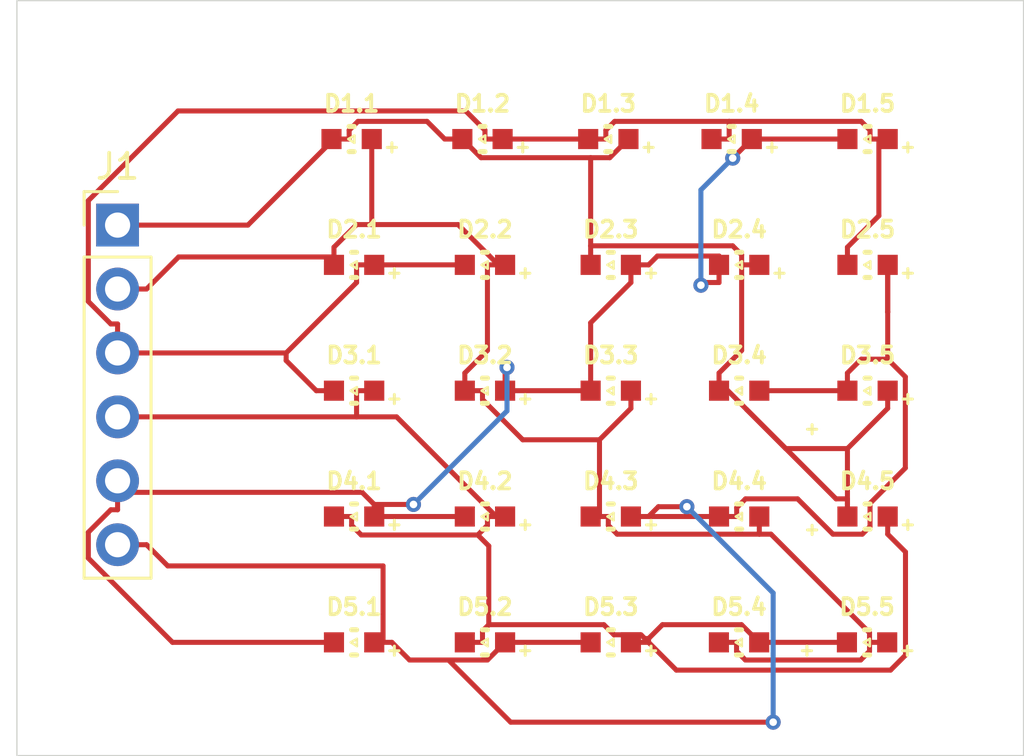
<source format=kicad_pcb>
(kicad_pcb (version 20241229) (generator "pcbnew") (generator_version "9.0")
  (layers (0 "F.Cu" signal) (2 "B.Cu" signal) (13 "F.Paste" user) (15 "B.Paste" user) (5 "F.SilkS" user "F.Silkscreen") (7 "B.SilkS" user "B.Silkscreen") (1 "F.Mask" user) (3 "B.Mask" user) (25 "Edge.Cuts" user))
  (net 0 "")
  (net 1 "A")
  (net 2 "B")
  (net 3 "C")
  (net 4 "E")
  (net 5 "D")
  (net 6 "F")
  (footprint "WL-SMCW_0603:WL-SMCW_0603" (layer "F.Cu") (at 108.8021 85.5)
    (property "Reference" "D2.5" (at 0 -1.4064 0) (layer "F.SilkS") (effects (font (size 0.64 0.64))))
    (property "Value" "WL-SMCW_0603")
    (fp_line (start -0.13 0) (end 0.11 -0.14) (stroke (width 0.1)) (layer "F.SilkS"))
    (fp_line (start -0.1 -0.5) (end 0.1 -0.5) (stroke (width 0.2)) (layer "F.SilkS"))
    (fp_line (start 0.1 0.5) (end -0.1 0.5) (stroke (width 0.2)) (layer "F.SilkS"))
    (fp_line (start 0.11 -0.14) (end 0.11 0.15) (stroke (width 0.1)) (layer "F.SilkS"))
    (fp_line (start 0.11 0.15) (end -0.13 0) (stroke (width 0.1)) (layer "F.SilkS"))
    (fp_text user "+" (at 1.6 0.3 0) (layer "F.SilkS") (effects (font (size 0.48 0.48))))
    (pad "1" smd rect (at -0.8 0) (size 0.8 0.8) (layers "F.Cu" "F.Mask" "F.Paste") (net 3 "C"))
    (pad "2" smd rect (at 0.8 0) (size 0.8 0.8) (layers "F.Cu" "F.Mask" "F.Paste") (net 6 "F"))
  )
  (footprint "WL-SMCW_0603:WL-SMCW_0603" (layer "F.Cu") (at 93.5983 100.5)
    (property "Reference" "D5.2" (at 0 -1.4064 0) (layer "F.SilkS") (effects (font (size 0.64 0.64))))
    (property "Value" "WL-SMCW_0603")
    (fp_line (start -0.13 0) (end 0.11 -0.14) (stroke (width 0.1)) (layer "F.SilkS"))
    (fp_line (start -0.1 -0.5) (end 0.1 -0.5) (stroke (width 0.2)) (layer "F.SilkS"))
    (fp_line (start 0.1 0.5) (end -0.1 0.5) (stroke (width 0.2)) (layer "F.SilkS"))
    (fp_line (start 0.11 -0.14) (end 0.11 0.15) (stroke (width 0.1)) (layer "F.SilkS"))
    (fp_line (start 0.11 0.15) (end -0.13 0) (stroke (width 0.1)) (layer "F.SilkS"))
    (fp_text user "+" (at 1.6 0.3 0) (layer "F.SilkS") (effects (font (size 0.48 0.48))))
    (pad "1" smd rect (at -0.8 0) (size 0.8 0.8) (layers "F.Cu" "F.Mask" "F.Paste") (net 5 "D"))
    (pad "2" smd rect (at 0.8 0) (size 0.8 0.8) (layers "F.Cu" "F.Mask" "F.Paste") (net 6 "F"))
  )
  (footprint "WL-SMCW_0603:WL-SMCW_0603" (layer "F.Cu") (at 88.3983 85.5)
    (property "Reference" "D2.1" (at 0 -1.4064 0) (layer "F.SilkS") (effects (font (size 0.64 0.64))))
    (property "Value" "WL-SMCW_0603")
    (fp_line (start -0.13 0) (end 0.11 -0.14) (stroke (width 0.1)) (layer "F.SilkS"))
    (fp_line (start -0.1 -0.5) (end 0.1 -0.5) (stroke (width 0.2)) (layer "F.SilkS"))
    (fp_line (start 0.1 0.5) (end -0.1 0.5) (stroke (width 0.2)) (layer "F.SilkS"))
    (fp_line (start 0.11 -0.14) (end 0.11 0.15) (stroke (width 0.1)) (layer "F.SilkS"))
    (fp_line (start 0.11 0.15) (end -0.13 0) (stroke (width 0.1)) (layer "F.SilkS"))
    (fp_text user "+" (at 1.6 0.3 0) (layer "F.SilkS") (effects (font (size 0.48 0.48))))
    (pad "1" smd rect (at -0.8 0) (size 0.8 0.8) (layers "F.Cu" "F.Mask" "F.Paste") (net 2 "B"))
    (pad "2" smd rect (at 0.8 0) (size 0.8 0.8) (layers "F.Cu" "F.Mask" "F.Paste") (net 3 "C"))
  )
  (footprint "WL-SMCW_0603:WL-SMCW_0603" (layer "F.Cu") (at 88.3983 95.5)
    (property "Reference" "D4.1" (at 0 -1.4064 0) (layer "F.SilkS") (effects (font (size 0.64 0.64))))
    (property "Value" "WL-SMCW_0603")
    (fp_line (start -0.13 0) (end 0.11 -0.14) (stroke (width 0.1)) (layer "F.SilkS"))
    (fp_line (start -0.1 -0.5) (end 0.1 -0.5) (stroke (width 0.2)) (layer "F.SilkS"))
    (fp_line (start 0.1 0.5) (end -0.1 0.5) (stroke (width 0.2)) (layer "F.SilkS"))
    (fp_line (start 0.11 -0.14) (end 0.11 0.15) (stroke (width 0.1)) (layer "F.SilkS"))
    (fp_line (start 0.11 0.15) (end -0.13 0) (stroke (width 0.1)) (layer "F.SilkS"))
    (fp_text user "+" (at 1.6 0.3 0) (layer "F.SilkS") (effects (font (size 0.48 0.48))))
    (pad "1" smd rect (at -0.8 0) (size 0.8 0.8) (layers "F.Cu" "F.Mask" "F.Paste") (net 5 "D"))
    (pad "2" smd rect (at 0.8 0) (size 0.8 0.8) (layers "F.Cu" "F.Mask" "F.Paste") (net 4 "E"))
  )
  (footprint "WL-SMCW_0603:WL-SMCW_0603" (layer "F.Cu") (at 103.4017 80.5)
    (property "Reference" "D1.4" (at 0 -1.4064 0) (layer "F.SilkS") (effects (font (size 0.64 0.64))))
    (property "Value" "WL-SMCW_0603")
    (fp_line (start -0.13 0) (end 0.11 -0.14) (stroke (width 0.1)) (layer "F.SilkS"))
    (fp_line (start -0.1 -0.5) (end 0.1 -0.5) (stroke (width 0.2)) (layer "F.SilkS"))
    (fp_line (start 0.1 0.5) (end -0.1 0.5) (stroke (width 0.2)) (layer "F.SilkS"))
    (fp_line (start 0.11 -0.14) (end 0.11 0.15) (stroke (width 0.1)) (layer "F.SilkS"))
    (fp_line (start 0.11 0.15) (end -0.13 0) (stroke (width 0.1)) (layer "F.SilkS"))
    (fp_text user "+" (at 1.6 0.3 0) (layer "F.SilkS") (effects (font (size 0.48 0.48))))
    (pad "1" smd rect (at -0.8 0) (size 0.8 0.8) (layers "F.Cu" "F.Mask" "F.Paste") (net 3 "C"))
    (pad "2" smd rect (at 0.8 0) (size 0.8 0.8) (layers "F.Cu" "F.Mask" "F.Paste") (net 4 "E"))
  )
  (footprint "WL-SMCW_0603:WL-SMCW_0603" (layer "F.Cu") (at 98.5983 100.5)
    (property "Reference" "D5.3" (at 0 -1.4064 0) (layer "F.SilkS") (effects (font (size 0.64 0.64))))
    (property "Value" "WL-SMCW_0603")
    (fp_line (start -0.13 0) (end 0.11 -0.14) (stroke (width 0.1)) (layer "F.SilkS"))
    (fp_line (start -0.1 -0.5) (end 0.1 -0.5) (stroke (width 0.2)) (layer "F.SilkS"))
    (fp_line (start 0.1 0.5) (end -0.1 0.5) (stroke (width 0.2)) (layer "F.SilkS"))
    (fp_line (start 0.11 -0.14) (end 0.11 0.15) (stroke (width 0.1)) (layer "F.SilkS"))
    (fp_line (start 0.11 0.15) (end -0.13 0) (stroke (width 0.1)) (layer "F.SilkS"))
    (fp_text user "+" (at 1.6 0.3 0) (layer "F.SilkS") (effects (font (size 0.48 0.48))))
    (pad "1" smd rect (at -0.8 0) (size 0.8 0.8) (layers "F.Cu" "F.Mask" "F.Paste") (net 6 "F"))
    (pad "2" smd rect (at 0.8 0) (size 0.8 0.8) (layers "F.Cu" "F.Mask" "F.Paste") (net 5 "D"))
  )
  (footprint "WL-SMCW_0603:WL-SMCW_0603" (layer "F.Cu") (at 93.5983 95.5)
    (property "Reference" "D4.2" (at 0 -1.4064 0) (layer "F.SilkS") (effects (font (size 0.64 0.64))))
    (property "Value" "WL-SMCW_0603")
    (fp_line (start -0.13 0) (end 0.11 -0.14) (stroke (width 0.1)) (layer "F.SilkS"))
    (fp_line (start -0.1 -0.5) (end 0.1 -0.5) (stroke (width 0.2)) (layer "F.SilkS"))
    (fp_line (start 0.1 0.5) (end -0.1 0.5) (stroke (width 0.2)) (layer "F.SilkS"))
    (fp_line (start 0.11 -0.14) (end 0.11 0.15) (stroke (width 0.1)) (layer "F.SilkS"))
    (fp_line (start 0.11 0.15) (end -0.13 0) (stroke (width 0.1)) (layer "F.SilkS"))
    (fp_text user "+" (at 1.6 0.3 0) (layer "F.SilkS") (effects (font (size 0.48 0.48))))
    (pad "1" smd rect (at -0.8 0) (size 0.8 0.8) (layers "F.Cu" "F.Mask" "F.Paste") (net 4 "E"))
    (pad "2" smd rect (at 0.8 0) (size 0.8 0.8) (layers "F.Cu" "F.Mask" "F.Paste") (net 5 "D"))
  )
  (footprint "WL-SMCW_0603:WL-SMCW_0603" (layer "F.Cu") (at 93.5 80.5)
    (property "Reference" "D1.2" (at 0 -1.4064 0) (layer "F.SilkS") (effects (font (size 0.64 0.64))))
    (property "Value" "WL-SMCW_0603")
    (fp_line (start -0.13 0) (end 0.11 -0.14) (stroke (width 0.1)) (layer "F.SilkS"))
    (fp_line (start -0.1 -0.5) (end 0.1 -0.5) (stroke (width 0.2)) (layer "F.SilkS"))
    (fp_line (start 0.1 0.5) (end -0.1 0.5) (stroke (width 0.2)) (layer "F.SilkS"))
    (fp_line (start 0.11 -0.14) (end 0.11 0.15) (stroke (width 0.1)) (layer "F.SilkS"))
    (fp_line (start 0.11 0.15) (end -0.13 0) (stroke (width 0.1)) (layer "F.SilkS"))
    (fp_text user "+" (at 1.6 0.3 0) (layer "F.SilkS") (effects (font (size 0.48 0.48))))
    (pad "1" smd rect (at -0.8 0) (size 0.8 0.8) (layers "F.Cu" "F.Mask" "F.Paste") (net 1 "A"))
    (pad "2" smd rect (at 0.8 0) (size 0.8 0.8) (layers "F.Cu" "F.Mask" "F.Paste") (net 3 "C"))
  )
  (footprint "WL-SMCW_0603:WL-SMCW_0603" (layer "F.Cu") (at 103.7 90.5)
    (property "Reference" "D3.4" (at 0 -1.4064 0) (layer "F.SilkS") (effects (font (size 0.64 0.64))))
    (property "Value" "WL-SMCW_0603")
    (fp_line (start -0.13 0) (end 0.11 -0.14) (stroke (width 0.1)) (layer "F.SilkS"))
    (fp_line (start -0.1 -0.5) (end 0.1 -0.5) (stroke (width 0.2)) (layer "F.SilkS"))
    (fp_line (start 0.1 0.5) (end -0.1 0.5) (stroke (width 0.2)) (layer "F.SilkS"))
    (fp_line (start 0.11 -0.14) (end 0.11 0.15) (stroke (width 0.1)) (layer "F.SilkS"))
    (fp_line (start 0.11 0.15) (end -0.13 0) (stroke (width 0.1)) (layer "F.SilkS"))
    (fp_text user "+" (at 2.8983 1.5 0) (layer "F.SilkS") (effects (font (size 0.48 0.48))))
    (pad "1" smd rect (at -0.8 0) (size 0.8 0.8) (layers "F.Cu" "F.Mask" "F.Paste") (net 1 "A"))
    (pad "2" smd rect (at 0.8 0) (size 0.8 0.8) (layers "F.Cu" "F.Mask" "F.Paste") (net 6 "F"))
  )
  (footprint "WL-SMCW_0603:WL-SMCW_0603" (layer "F.Cu") (at 93.5983 85.5)
    (property "Reference" "D2.2" (at 0 -1.4064 0) (layer "F.SilkS") (effects (font (size 0.64 0.64))))
    (property "Value" "WL-SMCW_0603")
    (fp_line (start -0.13 0) (end 0.11 -0.14) (stroke (width 0.1)) (layer "F.SilkS"))
    (fp_line (start -0.1 -0.5) (end 0.1 -0.5) (stroke (width 0.2)) (layer "F.SilkS"))
    (fp_line (start 0.1 0.5) (end -0.1 0.5) (stroke (width 0.2)) (layer "F.SilkS"))
    (fp_line (start 0.11 -0.14) (end 0.11 0.15) (stroke (width 0.1)) (layer "F.SilkS"))
    (fp_line (start 0.11 0.15) (end -0.13 0) (stroke (width 0.1)) (layer "F.SilkS"))
    (fp_text user "+" (at 1.6 0.3 0) (layer "F.SilkS") (effects (font (size 0.48 0.48))))
    (pad "1" smd rect (at -0.8 0) (size 0.8 0.8) (layers "F.Cu" "F.Mask" "F.Paste") (net 3 "C"))
    (pad "2" smd rect (at 0.8 0) (size 0.8 0.8) (layers "F.Cu" "F.Mask" "F.Paste") (net 2 "B"))
  )
  (footprint "WL-SMCW_0603:WL-SMCW_0603" (layer "F.Cu") (at 108.8021 80.5)
    (property "Reference" "D1.5" (at 0 -1.4064 0) (layer "F.SilkS") (effects (font (size 0.64 0.64))))
    (property "Value" "WL-SMCW_0603")
    (fp_line (start -0.13 0) (end 0.11 -0.14) (stroke (width 0.1)) (layer "F.SilkS"))
    (fp_line (start -0.1 -0.5) (end 0.1 -0.5) (stroke (width 0.2)) (layer "F.SilkS"))
    (fp_line (start 0.1 0.5) (end -0.1 0.5) (stroke (width 0.2)) (layer "F.SilkS"))
    (fp_line (start 0.11 -0.14) (end 0.11 0.15) (stroke (width 0.1)) (layer "F.SilkS"))
    (fp_line (start 0.11 0.15) (end -0.13 0) (stroke (width 0.1)) (layer "F.SilkS"))
    (fp_text user "+" (at 1.6 0.3 0) (layer "F.SilkS") (effects (font (size 0.48 0.48))))
    (pad "1" smd rect (at -0.8 0) (size 0.8 0.8) (layers "F.Cu" "F.Mask" "F.Paste") (net 4 "E"))
    (pad "2" smd rect (at 0.8 0) (size 0.8 0.8) (layers "F.Cu" "F.Mask" "F.Paste") (net 3 "C"))
  )
  (footprint "WL-SMCW_0603:WL-SMCW_0603" (layer "F.Cu") (at 108.8016 95.5)
    (property "Reference" "D4.5" (at 0 -1.4064 0) (layer "F.SilkS") (effects (font (size 0.64 0.64))))
    (property "Value" "WL-SMCW_0603")
    (fp_line (start -0.13 0) (end 0.11 -0.14) (stroke (width 0.1)) (layer "F.SilkS"))
    (fp_line (start -0.1 -0.5) (end 0.1 -0.5) (stroke (width 0.2)) (layer "F.SilkS"))
    (fp_line (start 0.1 0.5) (end -0.1 0.5) (stroke (width 0.2)) (layer "F.SilkS"))
    (fp_line (start 0.11 -0.14) (end 0.11 0.15) (stroke (width 0.1)) (layer "F.SilkS"))
    (fp_line (start 0.11 0.15) (end -0.13 0) (stroke (width 0.1)) (layer "F.SilkS"))
    (fp_text user "+" (at 1.6 0.3 0) (layer "F.SilkS") (effects (font (size 0.48 0.48))))
    (pad "1" smd rect (at -0.8 0) (size 0.8 0.8) (layers "F.Cu" "F.Mask" "F.Paste") (net 1 "A"))
    (pad "2" smd rect (at 0.8 0) (size 0.8 0.8) (layers "F.Cu" "F.Mask" "F.Paste") (net 5 "D"))
  )
  (footprint "WL-SMCW_0603:WL-SMCW_0603" (layer "F.Cu") (at 88.3983 100.5)
    (property "Reference" "D5.1" (at 0 -1.4064 0) (layer "F.SilkS") (effects (font (size 0.64 0.64))))
    (property "Value" "WL-SMCW_0603")
    (fp_line (start -0.13 0) (end 0.11 -0.14) (stroke (width 0.1)) (layer "F.SilkS"))
    (fp_line (start -0.1 -0.5) (end 0.1 -0.5) (stroke (width 0.2)) (layer "F.SilkS"))
    (fp_line (start 0.1 0.5) (end -0.1 0.5) (stroke (width 0.2)) (layer "F.SilkS"))
    (fp_line (start 0.11 -0.14) (end 0.11 0.15) (stroke (width 0.1)) (layer "F.SilkS"))
    (fp_line (start 0.11 0.15) (end -0.13 0) (stroke (width 0.1)) (layer "F.SilkS"))
    (fp_text user "+" (at 1.6 0.3 0) (layer "F.SilkS") (effects (font (size 0.48 0.48))))
    (pad "1" smd rect (at -0.8 0) (size 0.8 0.8) (layers "F.Cu" "F.Mask" "F.Paste") (net 4 "E"))
    (pad "2" smd rect (at 0.8 0) (size 0.8 0.8) (layers "F.Cu" "F.Mask" "F.Paste") (net 6 "F"))
  )
  (footprint "WL-SMCW_0603:WL-SMCW_0603" (layer "F.Cu") (at 98.5 80.5)
    (property "Reference" "D1.3" (at 0 -1.4064 0) (layer "F.SilkS") (effects (font (size 0.64 0.64))))
    (property "Value" "WL-SMCW_0603")
    (fp_line (start -0.13 0) (end 0.11 -0.14) (stroke (width 0.1)) (layer "F.SilkS"))
    (fp_line (start -0.1 -0.5) (end 0.1 -0.5) (stroke (width 0.2)) (layer "F.SilkS"))
    (fp_line (start 0.1 0.5) (end -0.1 0.5) (stroke (width 0.2)) (layer "F.SilkS"))
    (fp_line (start 0.11 -0.14) (end 0.11 0.15) (stroke (width 0.1)) (layer "F.SilkS"))
    (fp_line (start 0.11 0.15) (end -0.13 0) (stroke (width 0.1)) (layer "F.SilkS"))
    (fp_text user "+" (at 1.6 0.3 0) (layer "F.SilkS") (effects (font (size 0.48 0.48))))
    (pad "1" smd rect (at -0.8 0) (size 0.8 0.8) (layers "F.Cu" "F.Mask" "F.Paste") (net 3 "C"))
    (pad "2" smd rect (at 0.8 0) (size 0.8 0.8) (layers "F.Cu" "F.Mask" "F.Paste") (net 1 "A"))
  )
  (footprint "WL-SMCW_0603:WL-SMCW_0603" (layer "F.Cu") (at 98.5983 95.5)
    (property "Reference" "D4.3" (at 0 -1.4064 0) (layer "F.SilkS") (effects (font (size 0.64 0.64))))
    (property "Value" "WL-SMCW_0603")
    (fp_line (start -0.13 0) (end 0.11 -0.14) (stroke (width 0.1)) (layer "F.SilkS"))
    (fp_line (start -0.1 -0.5) (end 0.1 -0.5) (stroke (width 0.2)) (layer "F.SilkS"))
    (fp_line (start 0.1 0.5) (end -0.1 0.5) (stroke (width 0.2)) (layer "F.SilkS"))
    (fp_line (start 0.11 -0.14) (end 0.11 0.15) (stroke (width 0.1)) (layer "F.SilkS"))
    (fp_line (start 0.11 0.15) (end -0.13 0) (stroke (width 0.1)) (layer "F.SilkS"))
    (fp_text user "+" (at 1.6 0.3 0) (layer "F.SilkS") (effects (font (size 0.48 0.48))))
    (pad "1" smd rect (at -0.8 0) (size 0.8 0.8) (layers "F.Cu" "F.Mask" "F.Paste") (net 2 "B"))
    (pad "2" smd rect (at 0.8 0) (size 0.8 0.8) (layers "F.Cu" "F.Mask" "F.Paste") (net 6 "F"))
  )
  (footprint "WL-SMCW_0603:WL-SMCW_0603" (layer "F.Cu") (at 108.8009 90.5)
    (property "Reference" "D3.5" (at 0 -1.4064 0) (layer "F.SilkS") (effects (font (size 0.64 0.64))))
    (property "Value" "WL-SMCW_0603")
    (fp_line (start -0.13 0) (end 0.11 -0.14) (stroke (width 0.1)) (layer "F.SilkS"))
    (fp_line (start -0.1 -0.5) (end 0.1 -0.5) (stroke (width 0.2)) (layer "F.SilkS"))
    (fp_line (start 0.1 0.5) (end -0.1 0.5) (stroke (width 0.2)) (layer "F.SilkS"))
    (fp_line (start 0.11 -0.14) (end 0.11 0.15) (stroke (width 0.1)) (layer "F.SilkS"))
    (fp_line (start 0.11 0.15) (end -0.13 0) (stroke (width 0.1)) (layer "F.SilkS"))
    (fp_text user "+" (at 1.6 0.3 0) (layer "F.SilkS") (effects (font (size 0.48 0.48))))
    (pad "1" smd rect (at -0.8 0) (size 0.8 0.8) (layers "F.Cu" "F.Mask" "F.Paste") (net 6 "F"))
    (pad "2" smd rect (at 0.8 0) (size 0.8 0.8) (layers "F.Cu" "F.Mask" "F.Paste") (net 1 "A"))
  )
  (footprint "WL-SMCW_0603:WL-SMCW_0603" (layer "F.Cu") (at 103.6996 95.5)
    (property "Reference" "D4.4" (at 0 -1.4064 0) (layer "F.SilkS") (effects (font (size 0.64 0.64))))
    (property "Value" "WL-SMCW_0603")
    (fp_line (start -0.13 0) (end 0.11 -0.14) (stroke (width 0.1)) (layer "F.SilkS"))
    (fp_line (start -0.1 -0.5) (end 0.1 -0.5) (stroke (width 0.2)) (layer "F.SilkS"))
    (fp_line (start 0.1 0.5) (end -0.1 0.5) (stroke (width 0.2)) (layer "F.SilkS"))
    (fp_line (start 0.11 -0.14) (end 0.11 0.15) (stroke (width 0.1)) (layer "F.SilkS"))
    (fp_line (start 0.11 0.15) (end -0.13 0) (stroke (width 0.1)) (layer "F.SilkS"))
    (fp_text user "+" (at 2.898705 0.5 0) (layer "F.SilkS") (effects (font (size 0.48 0.48))))
    (pad "1" smd rect (at -0.8 0) (size 0.8 0.8) (layers "F.Cu" "F.Mask" "F.Paste") (net 6 "F"))
    (pad "2" smd rect (at 0.8 0) (size 0.8 0.8) (layers "F.Cu" "F.Mask" "F.Paste") (net 2 "B"))
  )
  (footprint "WL-SMCW_0603:WL-SMCW_0603" (layer "F.Cu") (at 103.6943 100.5)
    (property "Reference" "D5.4" (at 0 -1.4064 0) (layer "F.SilkS") (effects (font (size 0.64 0.64))))
    (property "Value" "WL-SMCW_0603")
    (fp_line (start -0.13 0) (end 0.11 -0.14) (stroke (width 0.1)) (layer "F.SilkS"))
    (fp_line (start -0.1 -0.5) (end 0.1 -0.5) (stroke (width 0.2)) (layer "F.SilkS"))
    (fp_line (start 0.1 0.5) (end -0.1 0.5) (stroke (width 0.2)) (layer "F.SilkS"))
    (fp_line (start 0.11 -0.14) (end 0.11 0.15) (stroke (width 0.1)) (layer "F.SilkS"))
    (fp_line (start 0.11 0.15) (end -0.13 0) (stroke (width 0.1)) (layer "F.SilkS"))
    (fp_text user "+" (at 2.6983 0.3 0) (layer "F.SilkS") (effects (font (size 0.48 0.48))))
    (pad "1" smd rect (at -0.8 0) (size 0.8 0.8) (layers "F.Cu" "F.Mask" "F.Paste") (net 2 "B"))
    (pad "2" smd rect (at 0.8 0) (size 0.8 0.8) (layers "F.Cu" "F.Mask" "F.Paste") (net 5 "D"))
  )
  (footprint "WL-SMCW_0603:WL-SMCW_0603" (layer "F.Cu") (at 98.5983 90.5)
    (property "Reference" "D3.3" (at 0 -1.4064 0) (layer "F.SilkS") (effects (font (size 0.64 0.64))))
    (property "Value" "WL-SMCW_0603")
    (fp_line (start -0.13 0) (end 0.11 -0.14) (stroke (width 0.1)) (layer "F.SilkS"))
    (fp_line (start -0.1 -0.5) (end 0.1 -0.5) (stroke (width 0.2)) (layer "F.SilkS"))
    (fp_line (start 0.1 0.5) (end -0.1 0.5) (stroke (width 0.2)) (layer "F.SilkS"))
    (fp_line (start 0.11 -0.14) (end 0.11 0.15) (stroke (width 0.1)) (layer "F.SilkS"))
    (fp_line (start 0.11 0.15) (end -0.13 0) (stroke (width 0.1)) (layer "F.SilkS"))
    (fp_text user "+" (at 1.6 0.3 0) (layer "F.SilkS") (effects (font (size 0.48 0.48))))
    (pad "1" smd rect (at -0.8 0) (size 0.8 0.8) (layers "F.Cu" "F.Mask" "F.Paste") (net 4 "E"))
    (pad "2" smd rect (at 0.8 0) (size 0.8 0.8) (layers "F.Cu" "F.Mask" "F.Paste") (net 2 "B"))
  )
  (footprint "WL-SMCW_0603:WL-SMCW_0603" (layer "F.Cu") (at 98.5983 85.5)
    (property "Reference" "D2.3" (at 0 -1.4064 0) (layer "F.SilkS") (effects (font (size 0.64 0.64))))
    (property "Value" "WL-SMCW_0603")
    (fp_line (start -0.13 0) (end 0.11 -0.14) (stroke (width 0.1)) (layer "F.SilkS"))
    (fp_line (start -0.1 -0.5) (end 0.1 -0.5) (stroke (width 0.2)) (layer "F.SilkS"))
    (fp_line (start 0.1 0.5) (end -0.1 0.5) (stroke (width 0.2)) (layer "F.SilkS"))
    (fp_line (start 0.11 -0.14) (end 0.11 0.15) (stroke (width 0.1)) (layer "F.SilkS"))
    (fp_line (start 0.11 0.15) (end -0.13 0) (stroke (width 0.1)) (layer "F.SilkS"))
    (fp_text user "+" (at 1.6 0.3 0) (layer "F.SilkS") (effects (font (size 0.48 0.48))))
    (pad "1" smd rect (at -0.8 0) (size 0.8 0.8) (layers "F.Cu" "F.Mask" "F.Paste") (net 1 "A"))
    (pad "2" smd rect (at 0.8 0) (size 0.8 0.8) (layers "F.Cu" "F.Mask" "F.Paste") (net 4 "E"))
  )
  (footprint "WL-SMCW_0603:WL-SMCW_0603" (layer "F.Cu") (at 93.5983 90.5)
    (property "Reference" "D3.2" (at 0 -1.4064 0) (layer "F.SilkS") (effects (font (size 0.64 0.64))))
    (property "Value" "WL-SMCW_0603")
    (fp_line (start -0.13 0) (end 0.11 -0.14) (stroke (width 0.1)) (layer "F.SilkS"))
    (fp_line (start -0.1 -0.5) (end 0.1 -0.5) (stroke (width 0.2)) (layer "F.SilkS"))
    (fp_line (start 0.1 0.5) (end -0.1 0.5) (stroke (width 0.2)) (layer "F.SilkS"))
    (fp_line (start 0.11 -0.14) (end 0.11 0.15) (stroke (width 0.1)) (layer "F.SilkS"))
    (fp_line (start 0.11 0.15) (end -0.13 0) (stroke (width 0.1)) (layer "F.SilkS"))
    (fp_text user "+" (at 1.6 0.3 0) (layer "F.SilkS") (effects (font (size 0.48 0.48))))
    (pad "1" smd rect (at -0.8 0) (size 0.8 0.8) (layers "F.Cu" "F.Mask" "F.Paste") (net 2 "B"))
    (pad "2" smd rect (at 0.8 0) (size 0.8 0.8) (layers "F.Cu" "F.Mask" "F.Paste") (net 4 "E"))
  )
  (footprint "WL-SMCW_0603:WL-SMCW_0603" (layer "F.Cu") (at 88.3983 90.5)
    (property "Reference" "D3.1" (at 0 -1.4064 0) (layer "F.SilkS") (effects (font (size 0.64 0.64))))
    (property "Value" "WL-SMCW_0603")
    (fp_line (start -0.13 0) (end 0.11 -0.14) (stroke (width 0.1)) (layer "F.SilkS"))
    (fp_line (start -0.1 -0.5) (end 0.1 -0.5) (stroke (width 0.2)) (layer "F.SilkS"))
    (fp_line (start 0.1 0.5) (end -0.1 0.5) (stroke (width 0.2)) (layer "F.SilkS"))
    (fp_line (start 0.11 -0.14) (end 0.11 0.15) (stroke (width 0.1)) (layer "F.SilkS"))
    (fp_line (start 0.11 0.15) (end -0.13 0) (stroke (width 0.1)) (layer "F.SilkS"))
    (fp_text user "+" (at 1.6 0.3 0) (layer "F.SilkS") (effects (font (size 0.48 0.48))))
    (pad "1" smd rect (at -0.8 0) (size 0.8 0.8) (layers "F.Cu" "F.Mask" "F.Paste") (net 3 "C"))
    (pad "2" smd rect (at 0.8 0) (size 0.8 0.8) (layers "F.Cu" "F.Mask" "F.Paste") (net 5 "D"))
  )
  (footprint "WL-SMCW_0603:WL-SMCW_0603" (layer "F.Cu") (at 88.3 80.5)
    (property "Reference" "D1.1" (at 0 -1.4064 0) (layer "F.SilkS") (effects (font (size 0.64 0.64))))
    (property "Value" "WL-SMCW_0603")
    (fp_line (start -0.13 0) (end 0.11 -0.14) (stroke (width 0.1)) (layer "F.SilkS"))
    (fp_line (start -0.1 -0.5) (end 0.1 -0.5) (stroke (width 0.2)) (layer "F.SilkS"))
    (fp_line (start 0.1 0.5) (end -0.1 0.5) (stroke (width 0.2)) (layer "F.SilkS"))
    (fp_line (start 0.11 -0.14) (end 0.11 0.15) (stroke (width 0.1)) (layer "F.SilkS"))
    (fp_line (start 0.11 0.15) (end -0.13 0) (stroke (width 0.1)) (layer "F.SilkS"))
    (fp_text user "+" (at 1.6 0.3 0) (layer "F.SilkS") (effects (font (size 0.48 0.48))))
    (pad "1" smd rect (at -0.8 0) (size 0.8 0.8) (layers "F.Cu" "F.Mask" "F.Paste") (net 1 "A"))
    (pad "2" smd rect (at 0.8 0) (size 0.8 0.8) (layers "F.Cu" "F.Mask" "F.Paste") (net 2 "B"))
  )
  (footprint "WL-SMCW_0603:WL-SMCW_0603" (layer "F.Cu") (at 108.7819 100.5)
    (property "Reference" "D5.5" (at 0 -1.4064 0) (layer "F.SilkS") (effects (font (size 0.64 0.64))))
    (property "Value" "WL-SMCW_0603")
    (fp_line (start -0.13 0) (end 0.11 -0.14) (stroke (width 0.1)) (layer "F.SilkS"))
    (fp_line (start -0.1 -0.5) (end 0.1 -0.5) (stroke (width 0.2)) (layer "F.SilkS"))
    (fp_line (start 0.1 0.5) (end -0.1 0.5) (stroke (width 0.2)) (layer "F.SilkS"))
    (fp_line (start 0.11 -0.14) (end 0.11 0.15) (stroke (width 0.1)) (layer "F.SilkS"))
    (fp_line (start 0.11 0.15) (end -0.13 0) (stroke (width 0.1)) (layer "F.SilkS"))
    (fp_text user "+" (at 1.6 0.3 0) (layer "F.SilkS") (effects (font (size 0.48 0.48))))
    (pad "1" smd rect (at -0.8 0) (size 0.8 0.8) (layers "F.Cu" "F.Mask" "F.Paste") (net 5 "D"))
    (pad "2" smd rect (at 0.8 0) (size 0.8 0.8) (layers "F.Cu" "F.Mask" "F.Paste") (net 2 "B"))
  )
  (footprint "pins:PinHeader_1x06_P2.54mm_Vertical" (layer "F.Cu") (at 79 83.92)
    (property "Reference" "J1" (at 0 -2.33 0) (layer "F.SilkS"))
    (property "Value" "Conn_01x06")
    (fp_line (start -1.33 -1.33) (end 0 -1.33) (stroke (width 0.12)) (layer "F.SilkS"))
    (fp_line (start -1.33 0) (end -1.33 -1.33) (stroke (width 0.12)) (layer "F.SilkS"))
    (fp_line (start -1.33 1.27) (end -1.33 14.03) (stroke (width 0.12)) (layer "F.SilkS"))
    (fp_line (start -1.33 1.27) (end 1.33 1.27) (stroke (width 0.12)) (layer "F.SilkS"))
    (fp_line (start -1.33 14.03) (end 1.33 14.03) (stroke (width 0.12)) (layer "F.SilkS"))
    (fp_line (start 1.33 1.27) (end 1.33 14.03) (stroke (width 0.12)) (layer "F.SilkS"))
    (pad "1" thru_hole rect (at 0 0) (size 1.7 1.7) (drill 1) (layers "*.Cu" "*.Mask") (net 1 "A"))
    (pad "2" thru_hole oval (at 0 2.54) (size 1.7 1.7) (drill 1) (layers "*.Cu" "*.Mask") (net 2 "B"))
    (pad "3" thru_hole oval (at 0 5.08) (size 1.7 1.7) (drill 1) (layers "*.Cu" "*.Mask") (net 3 "C"))
    (pad "4" thru_hole oval (at 0 7.62) (size 1.7 1.7) (drill 1) (layers "*.Cu" "*.Mask") (net 5 "D"))
    (pad "5" thru_hole oval (at 0 10.16) (size 1.7 1.7) (drill 1) (layers "*.Cu" "*.Mask") (net 4 "E"))
    (pad "6" thru_hole oval (at 0 12.7) (size 1.7 1.7) (drill 1) (layers "*.Cu" "*.Mask") (net 6 "F"))
  )
  (footprint "WL-SMCW_0603:WL-SMCW_0603" (layer "F.Cu") (at 103.7 85.5)
    (property "Reference" "D2.4" (at 0 -1.4064 0) (layer "F.SilkS") (effects (font (size 0.64 0.64))))
    (property "Value" "WL-SMCW_0603")
    (fp_line (start -0.13 0) (end 0.11 -0.14) (stroke (width 0.1)) (layer "F.SilkS"))
    (fp_line (start -0.1 -0.5) (end 0.1 -0.5) (stroke (width 0.2)) (layer "F.SilkS"))
    (fp_line (start 0.1 0.5) (end -0.1 0.5) (stroke (width 0.2)) (layer "F.SilkS"))
    (fp_line (start 0.11 -0.14) (end 0.11 0.15) (stroke (width 0.1)) (layer "F.SilkS"))
    (fp_line (start 0.11 0.15) (end -0.13 0) (stroke (width 0.1)) (layer "F.SilkS"))
    (fp_text user "+" (at 1.6 0.3 0) (layer "F.SilkS") (effects (font (size 0.48 0.48))))
    (pad "1" smd rect (at -0.8 0) (size 0.8 0.8) (layers "F.Cu" "F.Mask" "F.Paste") (net 4 "E"))
    (pad "2" smd rect (at 0.8 0) (size 0.8 0.8) (layers "F.Cu" "F.Mask" "F.Paste") (net 1 "A"))
  )
  (gr_rect (start 75 75) (end 115 105) (stroke (width 0.05)) (fill no) (layer "Edge.Cuts"))
  (segment (start 104.5 85.5) (end 103.798 85.5) (width 0.2) (layer "F.Cu") (net 1))
  (segment (start 109.601 90.8508) (end 109.601 91.2017) (width 0.2) (layer "F.Cu") (net 1))
  (segment (start 109.601 90.5) (end 109.601 90.8508) (width 0.2) (layer "F.Cu") (net 1))
  (segment (start 103.798 85.5) (end 103.798 88.9) (width 0.2) (layer "F.Cu") (net 1))
  (segment (start 91.2966 79.7983) (end 88.5525 79.7983) (width 0.2) (layer "F.Cu") (net 1))
  (segment (start 88.2017 80.1491) (end 88.2017 80.5) (width 0.2) (layer "F.Cu") (net 1))
  (segment (start 103.798 88.9) (end 102.9 89.7983) (width 0.2) (layer "F.Cu") (net 1))
  (segment (start 108.002 92.801) (end 108.002 95.5) (width 0.2) (layer "F.Cu") (net 1))
  (segment (start 107.5492 94.7983) (end 104 91.2491) (width 0.2) (layer "F.Cu") (net 1))
  (segment (start 108.0016 95.5) (end 108.0016 94.7983) (width 0.2) (layer "F.Cu") (net 1))
  (segment (start 109.601 90.8508) (end 109.6009 90.8507) (width 0.2) (layer "F.Cu") (net 1))
  (segment (start 103.798 85.1004) (end 103.798 85.5) (width 0.2) (layer "F.Cu") (net 1))
  (segment (start 93.4409 81.2409) (end 92.7 80.5) (width 0.2) (layer "F.Cu") (net 1))
  (segment (start 102.9 90.5) (end 102.9 90.1491) (width 0.2) (layer "F.Cu") (net 1))
  (segment (start 88.5525 79.7983) (end 88.2017 80.1491) (width 0.2) (layer "F.Cu") (net 1))
  (segment (start 103.441 84.7431) (end 103.798 85.1004) (width 0.2) (layer "F.Cu") (net 1))
  (segment (start 91.9983 80.5) (end 91.2966 79.7983) (width 0.2) (layer "F.Cu") (net 1))
  (segment (start 87.5985 80.5) (end 87.5 80.5) (width 0.2) (layer "F.Cu") (net 1))
  (segment (start 97.7983 84.7431) (end 103.441 84.7431) (width 0.2) (layer "F.Cu") (net 1))
  (segment (start 84.1785 83.92) (end 79 83.92) (width 0.2) (layer "F.Cu") (net 1))
  (segment (start 97.7983 85.5) (end 97.7983 84.7431) (width 0.2) (layer "F.Cu") (net 1))
  (segment (start 109.6009 90.8507) (end 109.6009 90.5) (width 0.2) (layer "F.Cu") (net 1))
  (segment (start 99.3 80.5) (end 98.5591 81.2409) (width 0.2) (layer "F.Cu") (net 1))
  (segment (start 102.9 90.1491) (end 104 91.2491) (width 0.2) (layer "F.Cu") (net 1))
  (segment (start 105.552 92.801) (end 108.002 92.801) (width 0.2) (layer "F.Cu") (net 1))
  (segment (start 92.7 80.5) (end 91.9983 80.5) (width 0.2) (layer "F.Cu") (net 1))
  (segment (start 102.9 89.7983) (end 102.9 90.1491) (width 0.2) (layer "F.Cu") (net 1))
  (segment (start 88.2017 80.5) (end 87.5985 80.5) (width 0.2) (layer "F.Cu") (net 1))
  (segment (start 109.601 91.2017) (end 108.002 92.801) (width 0.2) (layer "F.Cu") (net 1))
  (segment (start 97.7983 84.7431) (end 97.7983 81.2409) (width 0.2) (layer "F.Cu") (net 1))
  (segment (start 97.7983 81.2409) (end 93.4409 81.2409) (width 0.2) (layer "F.Cu") (net 1))
  (segment (start 87.5985 80.5) (end 84.1785 83.92) (width 0.2) (layer "F.Cu") (net 1))
  (segment (start 98.5591 81.2409) (end 97.7983 81.2409) (width 0.2) (layer "F.Cu") (net 1))
  (segment (start 108.0016 94.7983) (end 107.5492 94.7983) (width 0.2) (layer "F.Cu") (net 1))
  (segment (start 104 91.2491) (end 105.552 92.801) (width 0.2) (layer "F.Cu") (net 1))
  (segment (start 94.1311 85.5) (end 93.6966 85.5) (width 0.2) (layer "F.Cu") (net 2))
  (segment (start 93.6966 85.5) (end 93.6966 88.9) (width 0.2) (layer "F.Cu") (net 2))
  (segment (start 92.5302 83.8991) (end 94.1311 85.5) (width 0.2) (layer "F.Cu") (net 2))
  (segment (start 108.88 100.5) (end 108.88 100.851) (width 0.2) (layer "F.Cu") (net 2))
  (segment (start 109.5819 100.5) (end 108.88 100.5) (width 0.2) (layer "F.Cu") (net 2))
  (segment (start 93.5 90.5) (end 92.7983 90.5) (width 0.2) (layer "F.Cu") (net 2))
  (segment (start 89.1 83.8991) (end 89.1 80.5) (width 0.2) (layer "F.Cu") (net 2))
  (segment (start 87.5983 85.185) (end 87.5983 84.7983) (width 0.2) (layer "F.Cu") (net 2))
  (segment (start 104.964 96.2017) (end 108.88 100.118) (width 0.2) (layer "F.Cu") (net 2))
  (segment (start 102.894 100.5) (end 102.8943 100.5) (width 0.2) (layer "F.Cu") (net 2))
  (segment (start 103.596 100.5) (end 102.8943 100.5) (width 0.2) (layer "F.Cu") (net 2))
  (segment (start 87.5983 85.5) (end 87.5983 85.185) (width 0.2) (layer "F.Cu") (net 2))
  (segment (start 87.5983 84.7983) (end 88.4975 83.8991) (width 0.2) (layer "F.Cu") (net 2))
  (segment (start 98.1492 95.5) (end 98.5 95.5) (width 0.2) (layer "F.Cu") (net 2))
  (segment (start 103.596 100.851) (end 103.596 100.5) (width 0.2) (layer "F.Cu") (net 2))
  (segment (start 108.88 100.851) (end 108.529 101.202) (width 0.2) (layer "F.Cu") (net 2))
  (segment (start 98.5 95.8508) (end 98.8509 96.2017) (width 0.2) (layer "F.Cu") (net 2))
  (segment (start 79 86.46) (end 80.1517 86.46) (width 0.2) (layer "F.Cu") (net 2))
  (segment (start 93.5 90.8508) (end 93.5 90.5) (width 0.2) (layer "F.Cu") (net 2))
  (segment (start 93.6966 88.9) (end 92.7983 89.7983) (width 0.2) (layer "F.Cu") (net 2))
  (segment (start 98.1492 95.5) (end 98.1492 92.4508) (width 0.2) (layer "F.Cu") (net 2))
  (segment (start 98.5 95.5) (end 98.5 95.8508) (width 0.2) (layer "F.Cu") (net 2))
  (segment (start 95.1 92.4508) (end 93.5 90.8508) (width 0.2) (layer "F.Cu") (net 2))
  (segment (start 104.5 95.8508) (end 104.5 96.2017) (width 0.2) (layer "F.Cu") (net 2))
  (segment (start 108.529 101.202) (end 103.947 101.202) (width 0.2) (layer "F.Cu") (net 2))
  (segment (start 98.8509 96.2017) (end 104.5 96.2017) (width 0.2) (layer "F.Cu") (net 2))
  (segment (start 104.5 95.8508) (end 104.4996 95.8504) (width 0.2) (layer "F.Cu") (net 2))
  (segment (start 81.4267 85.185) (end 87.5983 85.185) (width 0.2) (layer "F.Cu") (net 2))
  (segment (start 104.5 96.2017) (end 104.964 96.2017) (width 0.2) (layer "F.Cu") (net 2))
  (segment (start 99.3983 91.2017) (end 99.3983 90.5) (width 0.2) (layer "F.Cu") (net 2))
  (segment (start 97.7983 95.5) (end 98.1492 95.5) (width 0.2) (layer "F.Cu") (net 2))
  (segment (start 92.7983 89.7983) (end 92.7983 90.5) (width 0.2) (layer "F.Cu") (net 2))
  (segment (start 109.582 100.5) (end 109.5819 100.5) (width 0.2) (layer "F.Cu") (net 2))
  (segment (start 98.1492 92.4508) (end 95.1 92.4508) (width 0.2) (layer "F.Cu") (net 2))
  (segment (start 80.1517 86.46) (end 81.4267 85.185) (width 0.2) (layer "F.Cu") (net 2))
  (segment (start 89.1 83.8991) (end 92.5302 83.8991) (width 0.2) (layer "F.Cu") (net 2))
  (segment (start 104.5 95.5) (end 104.5 95.8508) (width 0.2) (layer "F.Cu") (net 2))
  (segment (start 103.947 101.202) (end 103.596 100.851) (width 0.2) (layer "F.Cu") (net 2))
  (segment (start 98.1492 92.4508) (end 99.3983 91.2017) (width 0.2) (layer "F.Cu") (net 2))
  (segment (start 94.3983 85.5) (end 94.1311 85.5) (width 0.2) (layer "F.Cu") (net 2))
  (segment (start 88.4975 83.8991) (end 89.1 83.8991) (width 0.2) (layer "F.Cu") (net 2))
  (segment (start 104.4996 95.8504) (end 104.4996 95.5) (width 0.2) (layer "F.Cu") (net 2))
  (segment (start 108.88 100.118) (end 108.88 100.5) (width 0.2) (layer "F.Cu") (net 2))
  (segment (start 88.4966 85.5) (end 88.4966 86.2017) (width 0.2) (layer "F.Cu") (net 3))
  (segment (start 85.6983 89.3017) (end 85.6983 89) (width 0.2) (layer "F.Cu") (net 3))
  (segment (start 81.4016 79.384) (end 77.8375 82.9481) (width 0.2) (layer "F.Cu") (net 3))
  (segment (start 77.8375 82.9481) (end 77.8375 86.9543) (width 0.2) (layer "F.Cu") (net 3))
  (segment (start 98.4017 80.5) (end 97.7 80.5) (width 0.2) (layer "F.Cu") (net 3))
  (segment (start 92.7983 85.5) (end 89.1983 85.5) (width 0.2) (layer "F.Cu") (net 3))
  (segment (start 94.3 80.5) (end 93.5983 80.5) (width 0.2) (layer "F.Cu") (net 3))
  (segment (start 109.602 80.5) (end 109.251 80.5) (width 0.2) (layer "F.Cu") (net 3))
  (segment (start 108.0021 85.2501) (end 108.0021 85.5) (width 0.2) (layer "F.Cu") (net 3))
  (segment (start 88.4966 86.2017) (end 85.6983 89) (width 0.2) (layer "F.Cu") (net 3))
  (segment (start 102.602 80.5) (end 103.303 80.5) (width 0.2) (layer "F.Cu") (net 3))
  (segment (start 108.002 84.7983) (end 109.251 83.5491) (width 0.2) (layer "F.Cu") (net 3))
  (segment (start 77.8375 86.9543) (end 78.7315 87.8483) (width 0.2) (layer "F.Cu") (net 3))
  (segment (start 98.4017 80.1491) (end 98.4017 80.5) (width 0.2) (layer "F.Cu") (net 3))
  (segment (start 85.6983 89) (end 79 89) (width 0.2) (layer "F.Cu") (net 3))
  (segment (start 93.5983 80.5) (end 93.5983 80.1492) (width 0.2) (layer "F.Cu") (net 3))
  (segment (start 108.9 80.5) (end 108.9 80.1491) (width 0.2) (layer "F.Cu") (net 3))
  (segment (start 108.002 85.25) (end 108.002 84.7983) (width 0.2) (layer "F.Cu") (net 3))
  (segment (start 108.002 85.5) (end 108.002 85.25) (width 0.2) (layer "F.Cu") (net 3))
  (segment (start 78.7315 87.8483) (end 79 87.8483) (width 0.2) (layer "F.Cu") (net 3))
  (segment (start 87.5983 90.5) (end 86.8966 90.5) (width 0.2) (layer "F.Cu") (net 3))
  (segment (start 108.002 85.25) (end 108.0021 85.2501) (width 0.2) (layer "F.Cu") (net 3))
  (segment (start 108.55 79.7983) (end 103.303 79.7983) (width 0.2) (layer "F.Cu") (net 3))
  (segment (start 103.303 79.7983) (end 98.7525 79.7983) (width 0.2) (layer "F.Cu") (net 3))
  (segment (start 109.251 80.5) (end 108.9 80.5) (width 0.2) (layer "F.Cu") (net 3))
  (segment (start 109.251 83.5491) (end 109.251 80.5) (width 0.2) (layer "F.Cu") (net 3))
  (segment (start 108.9 80.1491) (end 108.55 79.7983) (width 0.2) (layer "F.Cu") (net 3))
  (segment (start 98.7525 79.7983) (end 98.4017 80.1491) (width 0.2) (layer "F.Cu") (net 3))
  (segment (start 79 87.8483) (end 79 89) (width 0.2) (layer "F.Cu") (net 3))
  (segment (start 102.6017 80.5) (end 102.602 80.5) (width 0.2) (layer "F.Cu") (net 3))
  (segment (start 103.303 80.5) (end 103.303 79.7983) (width 0.2) (layer "F.Cu") (net 3))
  (segment (start 97.7 80.5) (end 94.3 80.5) (width 0.2) (layer "F.Cu") (net 3))
  (segment (start 86.8966 90.5) (end 85.6983 89.3017) (width 0.2) (layer "F.Cu") (net 3))
  (segment (start 92.8331 79.384) (end 81.4016 79.384) (width 0.2) (layer "F.Cu") (net 3))
  (segment (start 93.5983 80.1492) (end 92.8331 79.384) (width 0.2) (layer "F.Cu") (net 3))
  (segment (start 89.1983 85.5) (end 88.4966 85.5) (width 0.2) (layer "F.Cu") (net 3))
  (segment (start 109.6021 80.5) (end 109.602 80.5) (width 0.2) (layer "F.Cu") (net 3))
  (segment (start 108.002 80.5) (end 104.202 80.5) (width 0.2) (layer "F.Cu") (net 4))
  (segment (start 94.4741 89.5753) (end 94.3983 89.6511) (width 0.2) (layer "F.Cu") (net 4))
  (segment (start 104.2018 80.5001) (end 103.443 81.2584) (width 0.2) (layer "F.Cu") (net 4))
  (segment (start 102.9 86.2017) (end 102.286 86.2017) (width 0.2) (layer "F.Cu") (net 4))
  (segment (start 104.202 80.5) (end 104.2018 80.5001) (width 0.2) (layer "F.Cu") (net 4))
  (segment (start 94.3983 89.6511) (end 94.3983 90.5) (width 0.2) (layer "F.Cu") (net 4))
  (segment (start 81.1827 100.5) (end 77.8375 97.1548) (width 0.2) (layer "F.Cu") (net 4))
  (segment (start 100.451 85.1491) (end 100.1 85.5) (width 0.2) (layer "F.Cu") (net 4))
  (segment (start 79 95.2317) (end 79 94.54) (width 0.2) (layer "F.Cu") (net 4))
  (segment (start 99.3983 85.5) (end 99.3983 86.2017) (width 0.2) (layer "F.Cu") (net 4))
  (segment (start 94.3983 90.5) (end 97.7983 90.5) (width 0.2) (layer "F.Cu") (net 4))
  (segment (start 79 94.54) (end 88.7183 94.54) (width 0.2) (layer "F.Cu") (net 4))
  (segment (start 102.9 85.5) (end 102.9 85.1491) (width 0.2) (layer "F.Cu") (net 4))
  (segment (start 108.002 80.5) (end 108.0021 80.5) (width 0.2) (layer "F.Cu") (net 4))
  (segment (start 88.7183 94.54) (end 89.1983 95.02) (width 0.2) (layer "F.Cu") (net 4))
  (segment (start 99.3983 86.2017) (end 97.7983 87.8017) (width 0.2) (layer "F.Cu") (net 4))
  (segment (start 104.2017 80.5) (end 104.2018 80.5001) (width 0.2) (layer "F.Cu") (net 4))
  (segment (start 100.1 85.5) (end 99.3983 85.5) (width 0.2) (layer "F.Cu") (net 4))
  (segment (start 87.5983 100.5) (end 81.1827 100.5) (width 0.2) (layer "F.Cu") (net 4))
  (segment (start 77.8375 96.1257) (end 78.7315 95.2317) (width 0.2) (layer "F.Cu") (net 4))
  (segment (start 102.9 85.5) (end 102.9 86.2017) (width 0.2) (layer "F.Cu") (net 4))
  (segment (start 97.7983 87.8017) (end 97.7983 90.5) (width 0.2) (layer "F.Cu") (net 4))
  (segment (start 79 94.08) (end 79 94.54) (width 0.2) (layer "F.Cu") (net 4))
  (segment (start 78.7315 95.2317) (end 79 95.2317) (width 0.2) (layer "F.Cu") (net 4))
  (segment (start 102.286 86.2017) (end 102.179 86.3088) (width 0.2) (layer "F.Cu") (net 4))
  (segment (start 77.8375 97.1548) (end 77.8375 96.1257) (width 0.2) (layer "F.Cu") (net 4))
  (segment (start 89.1983 95.02) (end 89.1983 95.5) (width 0.2) (layer "F.Cu") (net 4))
  (segment (start 102.9 85.1491) (end 100.451 85.1491) (width 0.2) (layer "F.Cu") (net 4))
  (segment (start 89.1983 95.02) (end 90.758 95.02) (width 0.2) (layer "F.Cu") (net 4))
  (segment (start 89.1983 95.5) (end 92.7983 95.5) (width 0.2) (layer "F.Cu") (net 4))
  (via (at 90.758 95.02) (size 0.6) (drill 0.3) (layers "F.Cu" "B.Cu") (net 4))
  (via (at 102.179 86.3088) (size 0.6) (drill 0.3) (layers "F.Cu" "B.Cu") (net 4))
  (via (at 103.443 81.2584) (size 0.6) (drill 0.3) (layers "F.Cu" "B.Cu") (net 4))
  (via (at 94.4741 89.5753) (size 0.6) (drill 0.3) (layers "F.Cu" "B.Cu") (net 4))
  (segment (start 102.179 86.3088) (end 102.179 82.5224) (width 0.2) (layer "B.Cu") (net 4))
  (segment (start 94.4741 91.3039) (end 90.758 95.02) (width 0.2) (layer "B.Cu") (net 4))
  (segment (start 102.179 82.5224) (end 103.443 81.2584) (width 0.2) (layer "B.Cu") (net 4))
  (segment (start 94.4741 89.5753) (end 94.4741 91.3039) (width 0.2) (layer "B.Cu") (net 4))
  (segment (start 100.1 100.5) (end 100.1 100.35) (width 0.2) (layer "F.Cu") (net 5))
  (segment (start 88.6827 96.2335) (end 88.3 95.8508) (width 0.2) (layer "F.Cu") (net 5))
  (segment (start 93.6966 95.8508) (end 93.3139 96.2335) (width 0.2) (layer "F.Cu") (net 5))
  (segment (start 94.0475 95.5) (end 93.6966 95.5) (width 0.2) (layer "F.Cu") (net 5))
  (segment (start 88.4966 91.54) (end 79 91.54) (width 0.2) (layer "F.Cu") (net 5))
  (segment (start 101.204 101.604) (end 100.1 100.5) (width 0.2) (layer "F.Cu") (net 5))
  (segment (start 99.9501 100.35) (end 100.1 100.35) (width 0.2) (layer "F.Cu") (net 5))
  (segment (start 93.3139 96.2335) (end 88.6827 96.2335) (width 0.2) (layer "F.Cu") (net 5))
  (segment (start 109.602 96.2017) (end 110.309 96.9088) (width 0.2) (layer "F.Cu") (net 5))
  (segment (start 98.7251 100.2) (end 99.8002 100.2) (width 0.2) (layer "F.Cu") (net 5))
  (segment (start 99.8002 100.2) (end 99.9501 100.35) (width 0.2) (layer "F.Cu") (net 5))
  (segment (start 107.9819 100.5) (end 107.982 100.5) (width 0.2) (layer "F.Cu") (net 5))
  (segment (start 90.0875 91.54) (end 88.4966 91.54) (width 0.2) (layer "F.Cu") (net 5))
  (segment (start 100.652 99.7983) (end 103.793 99.7983) (width 0.2) (layer "F.Cu") (net 5))
  (segment (start 94.3983 95.5) (end 94.0475 95.5) (width 0.2) (layer "F.Cu") (net 5))
  (segment (start 109.6016 95.8504) (end 109.6016 95.5) (width 0.2) (layer "F.Cu") (net 5))
  (segment (start 104.4943 100.5) (end 107.9819 100.5) (width 0.2) (layer "F.Cu") (net 5))
  (segment (start 109.602 95.5) (end 109.602 95.8508) (width 0.2) (layer "F.Cu") (net 5))
  (segment (start 93.75 99.7983) (end 98.3233 99.7983) (width 0.2) (layer "F.Cu") (net 5))
  (segment (start 88.3 95.8508) (end 88.3 95.5) (width 0.2) (layer "F.Cu") (net 5))
  (segment (start 88.4966 90.5) (end 88.4966 91.54) (width 0.2) (layer "F.Cu") (net 5))
  (segment (start 94.0475 95.5) (end 90.0875 91.54) (width 0.2) (layer "F.Cu") (net 5))
  (segment (start 110.309 101.009) (end 109.715 101.604) (width 0.2) (layer "F.Cu") (net 5))
  (segment (start 98.3233 99.7983) (end 98.7251 100.2) (width 0.2) (layer "F.Cu") (net 5))
  (segment (start 110.309 96.9088) (end 110.309 101.009) (width 0.2) (layer "F.Cu") (net 5))
  (segment (start 109.602 95.8508) (end 109.602 96.2017) (width 0.2) (layer "F.Cu") (net 5))
  (segment (start 103.793 99.7983) (end 104.494 100.5) (width 0.2) (layer "F.Cu") (net 5))
  (segment (start 93.75 96.6696) (end 93.3139 96.2335) (width 0.2) (layer "F.Cu") (net 5))
  (segment (start 93.5 100.048) (end 93.75 99.7983) (width 0.2) (layer "F.Cu") (net 5))
  (segment (start 109.602 95.8508) (end 109.6016 95.8504) (width 0.2) (layer "F.Cu") (net 5))
  (segment (start 93.75 99.7983) (end 93.75 96.6696) (width 0.2) (layer "F.Cu") (net 5))
  (segment (start 92.7983 100.5) (end 93.5 100.5) (width 0.2) (layer "F.Cu") (net 5))
  (segment (start 88.3 95.5) (end 87.5983 95.5) (width 0.2) (layer "F.Cu") (net 5))
  (segment (start 93.5 100.5) (end 93.5 100.048) (width 0.2) (layer "F.Cu") (net 5))
  (segment (start 93.6966 95.5) (end 93.6966 95.8508) (width 0.2) (layer "F.Cu") (net 5))
  (segment (start 104.494 100.5) (end 104.4943 100.5) (width 0.2) (layer "F.Cu") (net 5))
  (segment (start 99.3983 100.5) (end 100.1 100.5) (width 0.2) (layer "F.Cu") (net 5))
  (segment (start 89.1983 90.5) (end 88.4966 90.5) (width 0.2) (layer "F.Cu") (net 5))
  (segment (start 109.715 101.604) (end 101.204 101.604) (width 0.2) (layer "F.Cu") (net 5))
  (segment (start 100.1 100.35) (end 100.652 99.7983) (width 0.2) (layer "F.Cu") (net 5))
  (segment (start 92.1492 101.202) (end 90.6017 101.202) (width 0.2) (layer "F.Cu") (net 6))
  (segment (start 94.3983 100.5) (end 97.7983 100.5) (width 0.2) (layer "F.Cu") (net 6))
  (segment (start 89.9 100.5) (end 89.5492 100.5) (width 0.2) (layer "F.Cu") (net 6))
  (segment (start 108.593 96.2017) (end 107.426 96.2017) (width 0.2) (layer "F.Cu") (net 6))
  (segment (start 109.6021 87.374) (end 109.6021 85.5) (width 0.2) (layer "F.Cu") (net 6))
  (segment (start 109.602 89.2483) (end 110.303 89.9488) (width 0.2) (layer "F.Cu") (net 6))
  (segment (start 80.994 97.4623) (end 89.5492 97.4623) (width 0.2) (layer "F.Cu") (net 6))
  (segment (start 108.0009 90.5) (end 108.001 90.5) (width 0.2) (layer "F.Cu") (net 6))
  (segment (start 89.5492 97.4623) (end 89.5492 100.5) (width 0.2) (layer "F.Cu") (net 6))
  (segment (start 89.1983 100.5) (end 89.5492 100.5) (width 0.2) (layer "F.Cu") (net 6))
  (segment (start 90.6017 101.202) (end 89.9 100.5) (width 0.2) (layer "F.Cu") (net 6))
  (segment (start 110.303 89.9488) (end 110.303 93.5723) (width 0.2) (layer "F.Cu") (net 6))
  (segment (start 102.8996 95.5) (end 100.1 95.5) (width 0.2) (layer "F.Cu") (net 6))
  (segment (start 110.303 93.5723) (end 108.9 94.975) (width 0.2) (layer "F.Cu") (net 6))
  (segment (start 108.001 90.5) (end 108.001 89.7983) (width 0.2) (layer "F.Cu") (net 6))
  (segment (start 109.602 87.3741) (end 109.602 85.5) (width 0.2) (layer "F.Cu") (net 6))
  (segment (start 80.1517 96.62) (end 80.994 97.4623) (width 0.2) (layer "F.Cu") (net 6))
  (segment (start 101.6216 95.1098) (end 100.4902 95.1098) (width 0.2) (layer "F.Cu") (net 6))
  (segment (start 93.6966 101.202) (end 92.1492 101.202) (width 0.2) (layer "F.Cu") (net 6))
  (segment (start 108.9 95.8951) (end 108.593 96.2017) (width 0.2) (layer "F.Cu") (net 6))
  (segment (start 92.1492 101.202) (end 94.6194 103.6722) (width 0.2) (layer "F.Cu") (net 6))
  (segment (start 103.601 95.1491) (end 103.601 95.5) (width 0.2) (layer "F.Cu") (net 6))
  (segment (start 103.952 94.7983) (end 103.601 95.1491) (width 0.2) (layer "F.Cu") (net 6))
  (segment (start 107.426 96.2017) (end 106.022 94.7983) (width 0.2) (layer "F.Cu") (net 6))
  (segment (start 103.601 95.5) (end 102.8996 95.5) (width 0.2) (layer "F.Cu") (net 6))
  (segment (start 108.001 89.7983) (end 108.551 89.2483) (width 0.2) (layer "F.Cu") (net 6))
  (segment (start 94.6194 103.6722) (end 105.0508 103.6722) (width 0.2) (layer "F.Cu") (net 6))
  (segment (start 108.551 89.2483) (end 109.602 89.2483) (width 0.2) (layer "F.Cu") (net 6))
  (segment (start 104.5 90.5) (end 108.0009 90.5) (width 0.2) (layer "F.Cu") (net 6))
  (segment (start 109.602 87.3741) (end 109.6021 87.374) (width 0.2) (layer "F.Cu") (net 6))
  (segment (start 94.3983 100.5) (end 93.6966 101.202) (width 0.2) (layer "F.Cu") (net 6))
  (segment (start 100.4902 95.1098) (end 100.1 95.5) (width 0.2) (layer "F.Cu") (net 6))
  (segment (start 106.022 94.7983) (end 103.952 94.7983) (width 0.2) (layer "F.Cu") (net 6))
  (segment (start 79 96.62) (end 80.1517 96.62) (width 0.2) (layer "F.Cu") (net 6))
  (segment (start 109.602 89.2483) (end 109.602 87.3741) (width 0.2) (layer "F.Cu") (net 6))
  (segment (start 100.1 95.5) (end 99.3983 95.5) (width 0.2) (layer "F.Cu") (net 6))
  (segment (start 108.9 94.975) (end 108.9 95.8951) (width 0.2) (layer "F.Cu") (net 6))
  (via (at 105.0508 103.6722) (size 0.6) (drill 0.3) (layers "F.Cu" "B.Cu") (net 6))
  (via (at 101.6216 95.1098) (size 0.6) (drill 0.3) (layers "F.Cu" "B.Cu") (net 6))
  (segment (start 105.0508 98.539) (end 101.6216 95.1098) (width 0.2) (layer "B.Cu") (net 6))
  (segment (start 105.0508 103.6722) (end 105.0508 98.539) (width 0.2) (layer "B.Cu") (net 6))
)
</source>
